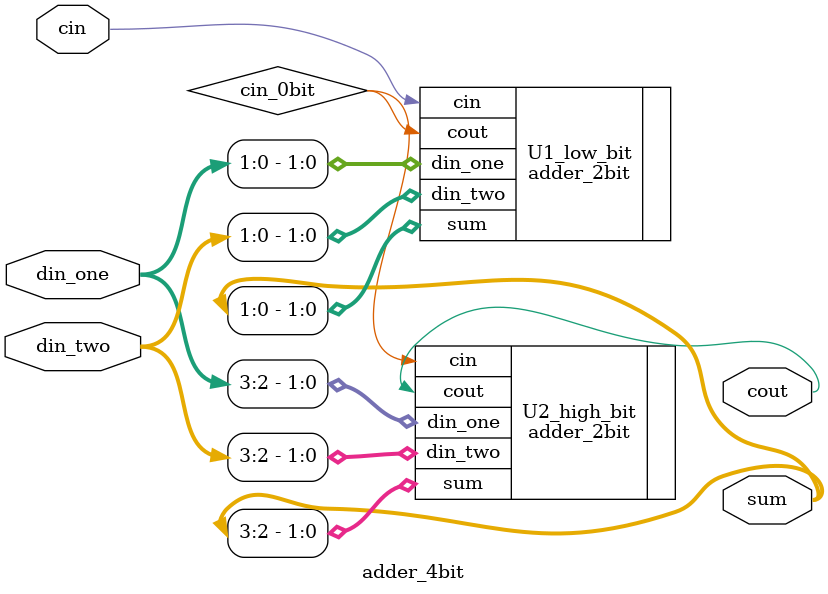
<source format=v>


module adder_4bit(
    input [3 : 0] din_one,  //µÚÒ»¸ö¼ÓÊý
    input [3 : 0] din_two,  //µÚ¶þ¸ö¼ÓÊý
    input cin,              //½øÎ»ÊäÈë
    
    output [3 : 0] sum,     //ºÍÊä³ö
    output cout             //½øÎ»Êä³ö
    );
    
    wire cin_0bit;          //µÍÎ»¼Ó·¨µÄ½øÎ»Êä³ö

//ÊµÀý»¯adder_1bitÊµÏÖµÍÎ»¼Ó·¨    
    adder_2bit U1_low_bit(
        .din_one(din_one[1 : 0]),
        .din_two(din_two[1 : 0]),
        .cin(cin),
        .sum(sum[1 : 0]),
        .cout(cin_0bit)
        );
    
//ÊµÀý»¯adder_1bitÊµÏÖ¸ßÎ»¼Ó·¨       
    adder_2bit U2_high_bit(
        .din_one(din_one[3 : 2]),
        .din_two(din_two[3 : 2]),
        .cin(cin_0bit),
        .sum(sum[3 : 2]),
        .cout(cout)
        );
        

//ÀûÓÃÄ£¿éÊµÀý»¯Óï¾äÊµÏÖ2Î»È«¼Ó²Ù×÷    
endmodule
// END OF adder_4bit.v FILE ***************************************************

    
   
</source>
